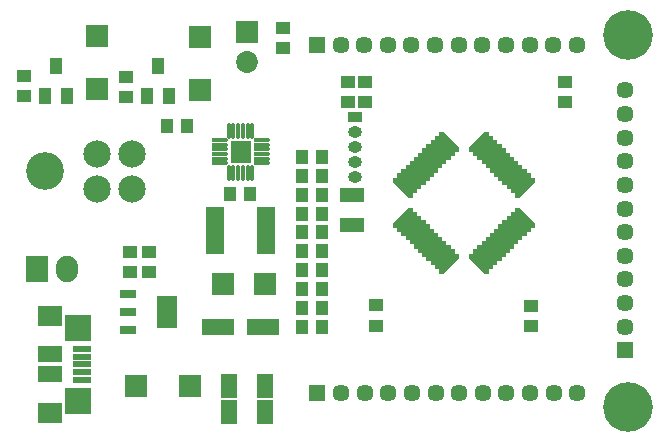
<source format=gts>
G04*
G04 #@! TF.GenerationSoftware,Altium Limited,Altium Designer,19.0.4 (130)*
G04*
G04 Layer_Color=8388736*
%FSTAX24Y24*%
%MOIN*%
G70*
G01*
G75*
%ADD44R,0.0552X0.0305*%
%ADD45R,0.0652X0.1080*%
%ADD46R,0.0789X0.0474*%
%ADD47R,0.0867X0.0907*%
%ADD48R,0.0828X0.0710*%
%ADD49R,0.0611X0.0237*%
%ADD50R,0.0828X0.0552*%
%ADD51R,0.0780X0.0780*%
%ADD52R,0.1064X0.0552*%
%ADD53R,0.0513X0.0384*%
%ADD54R,0.0384X0.0513*%
%ADD55R,0.0630X0.0190*%
G04:AMPARAMS|DCode=56|XSize=19.8mil|YSize=90.7mil|CornerRadius=0mil|HoleSize=0mil|Usage=FLASHONLY|Rotation=135.000|XOffset=0mil|YOffset=0mil|HoleType=Round|Shape=Round|*
%AMOVALD56*
21,1,0.0709,0.0198,0.0000,0.0000,225.0*
1,1,0.0198,0.0251,0.0251*
1,1,0.0198,-0.0251,-0.0251*
%
%ADD56OVALD56*%

G04:AMPARAMS|DCode=57|XSize=19.8mil|YSize=90.7mil|CornerRadius=0mil|HoleSize=0mil|Usage=FLASHONLY|Rotation=45.000|XOffset=0mil|YOffset=0mil|HoleType=Round|Shape=Round|*
%AMOVALD57*
21,1,0.0709,0.0198,0.0000,0.0000,135.0*
1,1,0.0198,0.0251,-0.0251*
1,1,0.0198,-0.0251,0.0251*
%
%ADD57OVALD57*%

%ADD58O,0.0159X0.0536*%
%ADD59O,0.0536X0.0159*%
%ADD60R,0.0710X0.0769*%
%ADD61R,0.0415X0.0552*%
%ADD62R,0.0552X0.0797*%
%ADD63R,0.0780X0.0780*%
%ADD64R,0.0572X0.0572*%
%ADD65C,0.0572*%
%ADD66R,0.0572X0.0572*%
%ADD67O,0.0464X0.0380*%
%ADD68R,0.0464X0.0380*%
%ADD69C,0.0730*%
%ADD70R,0.0730X0.0730*%
%ADD71C,0.1261*%
%ADD72C,0.0907*%
%ADD73O,0.0730X0.0880*%
%ADD74R,0.0730X0.0880*%
%ADD75C,0.1655*%
D44*
X03845Y026965D02*
D03*
X03844Y027555D02*
D03*
X03845Y028145D02*
D03*
D45*
X039762Y027555D02*
D03*
D46*
X0459Y03045D02*
D03*
Y03145D02*
D03*
D47*
X036775Y027036D02*
D03*
Y024595D02*
D03*
D48*
X03585Y02743D02*
D03*
Y024201D02*
D03*
D49*
X036903Y025304D02*
D03*
Y025559D02*
D03*
Y025815D02*
D03*
Y026071D02*
D03*
Y026327D02*
D03*
D50*
X03585Y02615D02*
D03*
Y025481D02*
D03*
D51*
X0416Y0285D02*
D03*
X043D02*
D03*
X0405Y0251D02*
D03*
X038728D02*
D03*
D52*
X04295Y02705D02*
D03*
X04145D02*
D03*
D53*
X04577Y034564D02*
D03*
Y035234D02*
D03*
X04363Y037024D02*
D03*
Y036354D02*
D03*
X03497Y034754D02*
D03*
Y035424D02*
D03*
X03837Y034714D02*
D03*
Y035384D02*
D03*
X05189Y027094D02*
D03*
Y027764D02*
D03*
X04672Y027104D02*
D03*
Y027774D02*
D03*
X046338Y034564D02*
D03*
Y035234D02*
D03*
X038505Y029571D02*
D03*
Y028901D02*
D03*
X03915Y029571D02*
D03*
Y028901D02*
D03*
X053Y035237D02*
D03*
Y034567D02*
D03*
D54*
X044254Y030209D02*
D03*
X044924D02*
D03*
X044254Y02958D02*
D03*
X044924D02*
D03*
X044254Y027695D02*
D03*
X044924D02*
D03*
X044254Y028952D02*
D03*
X044924D02*
D03*
X044254Y027067D02*
D03*
X044924D02*
D03*
X044254Y028324D02*
D03*
X044924D02*
D03*
X040416Y03377D02*
D03*
X039746D02*
D03*
X044254Y031465D02*
D03*
X044924D02*
D03*
X044254Y032722D02*
D03*
X044924D02*
D03*
X044254Y030837D02*
D03*
X044924D02*
D03*
X041854Y03148D02*
D03*
X042524D02*
D03*
X044254Y032094D02*
D03*
X044924D02*
D03*
D55*
X04306Y029591D02*
D03*
Y029788D02*
D03*
Y029985D02*
D03*
Y030182D02*
D03*
Y030379D02*
D03*
Y030576D02*
D03*
Y030773D02*
D03*
Y03097D02*
D03*
X04134D02*
D03*
Y030773D02*
D03*
Y030576D02*
D03*
Y030379D02*
D03*
Y030182D02*
D03*
Y029985D02*
D03*
Y029788D02*
D03*
Y029591D02*
D03*
D56*
X047618Y030699D02*
D03*
X047757Y03056D02*
D03*
X047896Y030421D02*
D03*
X048035Y030281D02*
D03*
X048175Y030142D02*
D03*
X048314Y030003D02*
D03*
X048453Y029864D02*
D03*
X048592Y029725D02*
D03*
X048731Y029585D02*
D03*
X048871Y029446D02*
D03*
X04901Y029307D02*
D03*
X049149Y029168D02*
D03*
X051682Y031701D02*
D03*
X051543Y03184D02*
D03*
X051404Y031979D02*
D03*
X051265Y032119D02*
D03*
X051125Y032258D02*
D03*
X050986Y032397D02*
D03*
X050847Y032536D02*
D03*
X050708Y032675D02*
D03*
X050569Y032815D02*
D03*
X050429Y032954D02*
D03*
X05029Y033093D02*
D03*
X050151Y033232D02*
D03*
D57*
Y029168D02*
D03*
X05029Y029307D02*
D03*
X050429Y029446D02*
D03*
X050569Y029585D02*
D03*
X050708Y029725D02*
D03*
X050847Y029864D02*
D03*
X050986Y030003D02*
D03*
X051125Y030142D02*
D03*
X051265Y030281D02*
D03*
X051404Y030421D02*
D03*
X051543Y03056D02*
D03*
X051682Y030699D02*
D03*
X049149Y033232D02*
D03*
X04901Y033093D02*
D03*
X048871Y032954D02*
D03*
X048731Y032815D02*
D03*
X048592Y032675D02*
D03*
X048453Y032536D02*
D03*
X048314Y032397D02*
D03*
X048175Y032258D02*
D03*
X048035Y032119D02*
D03*
X047896Y031979D02*
D03*
X047757Y03184D02*
D03*
X047618Y031701D02*
D03*
D58*
X042594Y0336D02*
D03*
X042436D02*
D03*
X042279D02*
D03*
X042121D02*
D03*
X041964D02*
D03*
X041806D02*
D03*
Y0322D02*
D03*
X041964D02*
D03*
X042121D02*
D03*
X042279D02*
D03*
X042436D02*
D03*
X042594D02*
D03*
D59*
X0415Y033294D02*
D03*
Y033136D02*
D03*
Y032979D02*
D03*
Y032821D02*
D03*
Y032664D02*
D03*
Y032506D02*
D03*
X0429D02*
D03*
Y032664D02*
D03*
Y032821D02*
D03*
Y032979D02*
D03*
Y033136D02*
D03*
Y033294D02*
D03*
D60*
X0422Y0329D02*
D03*
D61*
X03605Y035749D02*
D03*
X03642Y034767D02*
D03*
X035676Y034765D02*
D03*
X03945Y035738D02*
D03*
X03982Y034756D02*
D03*
X039076Y034754D02*
D03*
D62*
X041827Y02423D02*
D03*
X043013D02*
D03*
X041827Y02508D02*
D03*
X043013D02*
D03*
D63*
X0374Y034978D02*
D03*
Y036749D02*
D03*
X04085Y034964D02*
D03*
Y036736D02*
D03*
D64*
X044763Y024841D02*
D03*
X044747Y036441D02*
D03*
D65*
X04555Y024841D02*
D03*
X046338D02*
D03*
X047125D02*
D03*
X047913D02*
D03*
X0487D02*
D03*
X049487D02*
D03*
X050275D02*
D03*
X051062D02*
D03*
X05185D02*
D03*
X052637D02*
D03*
X053424D02*
D03*
X045534Y036441D02*
D03*
X046321D02*
D03*
X047109D02*
D03*
X047896D02*
D03*
X048684D02*
D03*
X049471D02*
D03*
X050258D02*
D03*
X051046D02*
D03*
X051833D02*
D03*
X052621D02*
D03*
X053408D02*
D03*
X055Y027066D02*
D03*
Y027853D02*
D03*
Y028641D02*
D03*
Y029428D02*
D03*
Y030215D02*
D03*
Y031003D02*
D03*
Y03179D02*
D03*
Y032578D02*
D03*
Y033365D02*
D03*
Y034152D02*
D03*
Y03494D02*
D03*
D66*
Y026278D02*
D03*
D67*
X046Y03205D02*
D03*
Y03255D02*
D03*
Y03305D02*
D03*
Y03355D02*
D03*
D68*
Y03405D02*
D03*
D69*
X0424Y035888D02*
D03*
D70*
Y036888D02*
D03*
D71*
X035668Y032241D02*
D03*
D72*
X038581Y03165D02*
D03*
X0374D02*
D03*
X038581Y032831D02*
D03*
X0374D02*
D03*
D73*
X03641Y029D02*
D03*
D74*
X0354D02*
D03*
D75*
X05512Y03679D02*
D03*
Y0244D02*
D03*
M02*

</source>
